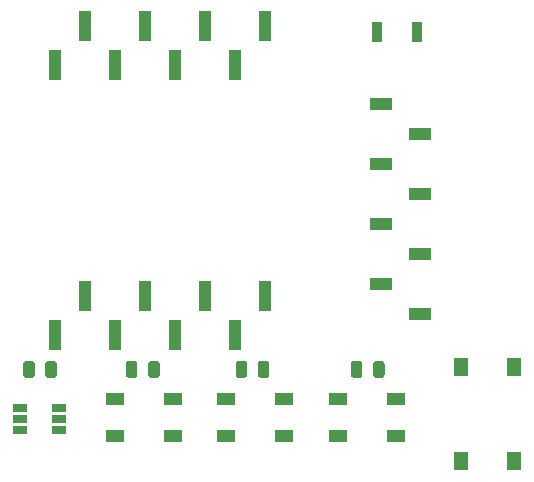
<source format=gbr>
%TF.GenerationSoftware,KiCad,Pcbnew,(5.1.5)-3*%
%TF.CreationDate,2020-03-09T23:17:30+02:00*%
%TF.ProjectId,iaq_device,6961715f-6465-4766-9963-652e6b696361,rev?*%
%TF.SameCoordinates,Original*%
%TF.FileFunction,Paste,Top*%
%TF.FilePolarity,Positive*%
%FSLAX46Y46*%
G04 Gerber Fmt 4.6, Leading zero omitted, Abs format (unit mm)*
G04 Created by KiCad (PCBNEW (5.1.5)-3) date 2020-03-09 23:17:30*
%MOMM*%
%LPD*%
G04 APERTURE LIST*
%ADD10R,1.300000X1.550000*%
%ADD11R,1.900000X1.000000*%
%ADD12R,1.300000X0.700000*%
%ADD13R,1.000000X2.510000*%
%ADD14R,0.900000X1.700000*%
%ADD15C,0.100000*%
%ADD16R,1.500000X1.000000*%
G04 APERTURE END LIST*
D10*
X143165000Y-113957000D03*
X143165000Y-106007000D03*
X147665000Y-113957000D03*
X147665000Y-106007000D03*
D11*
X139762500Y-101473000D03*
X139762500Y-96393000D03*
X139762500Y-91313000D03*
X139762500Y-86233000D03*
X136462500Y-98933000D03*
X136462500Y-93853000D03*
X136462500Y-88773000D03*
X136462500Y-83693000D03*
D12*
X109200000Y-109400000D03*
X109200000Y-110350000D03*
X109200000Y-111300000D03*
X105900000Y-111300000D03*
X105900000Y-110350000D03*
X105900000Y-109400000D03*
D13*
X121539000Y-77090000D03*
X116459000Y-77090000D03*
X108839000Y-80390000D03*
X113919000Y-80390000D03*
X118999000Y-80390000D03*
X124079000Y-80390000D03*
X111379000Y-77090000D03*
X126619000Y-77090000D03*
X111379000Y-99950000D03*
X113919000Y-103250000D03*
X116459000Y-99950000D03*
X121539000Y-99950000D03*
X124079000Y-103250000D03*
X108839000Y-103250000D03*
X126619000Y-99950000D03*
X118999000Y-103250000D03*
D14*
X139495000Y-77597000D03*
X136095000Y-77597000D03*
D15*
G36*
X136511642Y-105473174D02*
G01*
X136535303Y-105476684D01*
X136558507Y-105482496D01*
X136581029Y-105490554D01*
X136602653Y-105500782D01*
X136623170Y-105513079D01*
X136642383Y-105527329D01*
X136660107Y-105543393D01*
X136676171Y-105561117D01*
X136690421Y-105580330D01*
X136702718Y-105600847D01*
X136712946Y-105622471D01*
X136721004Y-105644993D01*
X136726816Y-105668197D01*
X136730326Y-105691858D01*
X136731500Y-105715750D01*
X136731500Y-106628250D01*
X136730326Y-106652142D01*
X136726816Y-106675803D01*
X136721004Y-106699007D01*
X136712946Y-106721529D01*
X136702718Y-106743153D01*
X136690421Y-106763670D01*
X136676171Y-106782883D01*
X136660107Y-106800607D01*
X136642383Y-106816671D01*
X136623170Y-106830921D01*
X136602653Y-106843218D01*
X136581029Y-106853446D01*
X136558507Y-106861504D01*
X136535303Y-106867316D01*
X136511642Y-106870826D01*
X136487750Y-106872000D01*
X136000250Y-106872000D01*
X135976358Y-106870826D01*
X135952697Y-106867316D01*
X135929493Y-106861504D01*
X135906971Y-106853446D01*
X135885347Y-106843218D01*
X135864830Y-106830921D01*
X135845617Y-106816671D01*
X135827893Y-106800607D01*
X135811829Y-106782883D01*
X135797579Y-106763670D01*
X135785282Y-106743153D01*
X135775054Y-106721529D01*
X135766996Y-106699007D01*
X135761184Y-106675803D01*
X135757674Y-106652142D01*
X135756500Y-106628250D01*
X135756500Y-105715750D01*
X135757674Y-105691858D01*
X135761184Y-105668197D01*
X135766996Y-105644993D01*
X135775054Y-105622471D01*
X135785282Y-105600847D01*
X135797579Y-105580330D01*
X135811829Y-105561117D01*
X135827893Y-105543393D01*
X135845617Y-105527329D01*
X135864830Y-105513079D01*
X135885347Y-105500782D01*
X135906971Y-105490554D01*
X135929493Y-105482496D01*
X135952697Y-105476684D01*
X135976358Y-105473174D01*
X136000250Y-105472000D01*
X136487750Y-105472000D01*
X136511642Y-105473174D01*
G37*
G36*
X134636642Y-105473174D02*
G01*
X134660303Y-105476684D01*
X134683507Y-105482496D01*
X134706029Y-105490554D01*
X134727653Y-105500782D01*
X134748170Y-105513079D01*
X134767383Y-105527329D01*
X134785107Y-105543393D01*
X134801171Y-105561117D01*
X134815421Y-105580330D01*
X134827718Y-105600847D01*
X134837946Y-105622471D01*
X134846004Y-105644993D01*
X134851816Y-105668197D01*
X134855326Y-105691858D01*
X134856500Y-105715750D01*
X134856500Y-106628250D01*
X134855326Y-106652142D01*
X134851816Y-106675803D01*
X134846004Y-106699007D01*
X134837946Y-106721529D01*
X134827718Y-106743153D01*
X134815421Y-106763670D01*
X134801171Y-106782883D01*
X134785107Y-106800607D01*
X134767383Y-106816671D01*
X134748170Y-106830921D01*
X134727653Y-106843218D01*
X134706029Y-106853446D01*
X134683507Y-106861504D01*
X134660303Y-106867316D01*
X134636642Y-106870826D01*
X134612750Y-106872000D01*
X134125250Y-106872000D01*
X134101358Y-106870826D01*
X134077697Y-106867316D01*
X134054493Y-106861504D01*
X134031971Y-106853446D01*
X134010347Y-106843218D01*
X133989830Y-106830921D01*
X133970617Y-106816671D01*
X133952893Y-106800607D01*
X133936829Y-106782883D01*
X133922579Y-106763670D01*
X133910282Y-106743153D01*
X133900054Y-106721529D01*
X133891996Y-106699007D01*
X133886184Y-106675803D01*
X133882674Y-106652142D01*
X133881500Y-106628250D01*
X133881500Y-105715750D01*
X133882674Y-105691858D01*
X133886184Y-105668197D01*
X133891996Y-105644993D01*
X133900054Y-105622471D01*
X133910282Y-105600847D01*
X133922579Y-105580330D01*
X133936829Y-105561117D01*
X133952893Y-105543393D01*
X133970617Y-105527329D01*
X133989830Y-105513079D01*
X134010347Y-105500782D01*
X134031971Y-105490554D01*
X134054493Y-105482496D01*
X134077697Y-105476684D01*
X134101358Y-105473174D01*
X134125250Y-105472000D01*
X134612750Y-105472000D01*
X134636642Y-105473174D01*
G37*
G36*
X126759642Y-105473174D02*
G01*
X126783303Y-105476684D01*
X126806507Y-105482496D01*
X126829029Y-105490554D01*
X126850653Y-105500782D01*
X126871170Y-105513079D01*
X126890383Y-105527329D01*
X126908107Y-105543393D01*
X126924171Y-105561117D01*
X126938421Y-105580330D01*
X126950718Y-105600847D01*
X126960946Y-105622471D01*
X126969004Y-105644993D01*
X126974816Y-105668197D01*
X126978326Y-105691858D01*
X126979500Y-105715750D01*
X126979500Y-106628250D01*
X126978326Y-106652142D01*
X126974816Y-106675803D01*
X126969004Y-106699007D01*
X126960946Y-106721529D01*
X126950718Y-106743153D01*
X126938421Y-106763670D01*
X126924171Y-106782883D01*
X126908107Y-106800607D01*
X126890383Y-106816671D01*
X126871170Y-106830921D01*
X126850653Y-106843218D01*
X126829029Y-106853446D01*
X126806507Y-106861504D01*
X126783303Y-106867316D01*
X126759642Y-106870826D01*
X126735750Y-106872000D01*
X126248250Y-106872000D01*
X126224358Y-106870826D01*
X126200697Y-106867316D01*
X126177493Y-106861504D01*
X126154971Y-106853446D01*
X126133347Y-106843218D01*
X126112830Y-106830921D01*
X126093617Y-106816671D01*
X126075893Y-106800607D01*
X126059829Y-106782883D01*
X126045579Y-106763670D01*
X126033282Y-106743153D01*
X126023054Y-106721529D01*
X126014996Y-106699007D01*
X126009184Y-106675803D01*
X126005674Y-106652142D01*
X126004500Y-106628250D01*
X126004500Y-105715750D01*
X126005674Y-105691858D01*
X126009184Y-105668197D01*
X126014996Y-105644993D01*
X126023054Y-105622471D01*
X126033282Y-105600847D01*
X126045579Y-105580330D01*
X126059829Y-105561117D01*
X126075893Y-105543393D01*
X126093617Y-105527329D01*
X126112830Y-105513079D01*
X126133347Y-105500782D01*
X126154971Y-105490554D01*
X126177493Y-105482496D01*
X126200697Y-105476684D01*
X126224358Y-105473174D01*
X126248250Y-105472000D01*
X126735750Y-105472000D01*
X126759642Y-105473174D01*
G37*
G36*
X124884642Y-105473174D02*
G01*
X124908303Y-105476684D01*
X124931507Y-105482496D01*
X124954029Y-105490554D01*
X124975653Y-105500782D01*
X124996170Y-105513079D01*
X125015383Y-105527329D01*
X125033107Y-105543393D01*
X125049171Y-105561117D01*
X125063421Y-105580330D01*
X125075718Y-105600847D01*
X125085946Y-105622471D01*
X125094004Y-105644993D01*
X125099816Y-105668197D01*
X125103326Y-105691858D01*
X125104500Y-105715750D01*
X125104500Y-106628250D01*
X125103326Y-106652142D01*
X125099816Y-106675803D01*
X125094004Y-106699007D01*
X125085946Y-106721529D01*
X125075718Y-106743153D01*
X125063421Y-106763670D01*
X125049171Y-106782883D01*
X125033107Y-106800607D01*
X125015383Y-106816671D01*
X124996170Y-106830921D01*
X124975653Y-106843218D01*
X124954029Y-106853446D01*
X124931507Y-106861504D01*
X124908303Y-106867316D01*
X124884642Y-106870826D01*
X124860750Y-106872000D01*
X124373250Y-106872000D01*
X124349358Y-106870826D01*
X124325697Y-106867316D01*
X124302493Y-106861504D01*
X124279971Y-106853446D01*
X124258347Y-106843218D01*
X124237830Y-106830921D01*
X124218617Y-106816671D01*
X124200893Y-106800607D01*
X124184829Y-106782883D01*
X124170579Y-106763670D01*
X124158282Y-106743153D01*
X124148054Y-106721529D01*
X124139996Y-106699007D01*
X124134184Y-106675803D01*
X124130674Y-106652142D01*
X124129500Y-106628250D01*
X124129500Y-105715750D01*
X124130674Y-105691858D01*
X124134184Y-105668197D01*
X124139996Y-105644993D01*
X124148054Y-105622471D01*
X124158282Y-105600847D01*
X124170579Y-105580330D01*
X124184829Y-105561117D01*
X124200893Y-105543393D01*
X124218617Y-105527329D01*
X124237830Y-105513079D01*
X124258347Y-105500782D01*
X124279971Y-105490554D01*
X124302493Y-105482496D01*
X124325697Y-105476684D01*
X124349358Y-105473174D01*
X124373250Y-105472000D01*
X124860750Y-105472000D01*
X124884642Y-105473174D01*
G37*
G36*
X117466642Y-105473174D02*
G01*
X117490303Y-105476684D01*
X117513507Y-105482496D01*
X117536029Y-105490554D01*
X117557653Y-105500782D01*
X117578170Y-105513079D01*
X117597383Y-105527329D01*
X117615107Y-105543393D01*
X117631171Y-105561117D01*
X117645421Y-105580330D01*
X117657718Y-105600847D01*
X117667946Y-105622471D01*
X117676004Y-105644993D01*
X117681816Y-105668197D01*
X117685326Y-105691858D01*
X117686500Y-105715750D01*
X117686500Y-106628250D01*
X117685326Y-106652142D01*
X117681816Y-106675803D01*
X117676004Y-106699007D01*
X117667946Y-106721529D01*
X117657718Y-106743153D01*
X117645421Y-106763670D01*
X117631171Y-106782883D01*
X117615107Y-106800607D01*
X117597383Y-106816671D01*
X117578170Y-106830921D01*
X117557653Y-106843218D01*
X117536029Y-106853446D01*
X117513507Y-106861504D01*
X117490303Y-106867316D01*
X117466642Y-106870826D01*
X117442750Y-106872000D01*
X116955250Y-106872000D01*
X116931358Y-106870826D01*
X116907697Y-106867316D01*
X116884493Y-106861504D01*
X116861971Y-106853446D01*
X116840347Y-106843218D01*
X116819830Y-106830921D01*
X116800617Y-106816671D01*
X116782893Y-106800607D01*
X116766829Y-106782883D01*
X116752579Y-106763670D01*
X116740282Y-106743153D01*
X116730054Y-106721529D01*
X116721996Y-106699007D01*
X116716184Y-106675803D01*
X116712674Y-106652142D01*
X116711500Y-106628250D01*
X116711500Y-105715750D01*
X116712674Y-105691858D01*
X116716184Y-105668197D01*
X116721996Y-105644993D01*
X116730054Y-105622471D01*
X116740282Y-105600847D01*
X116752579Y-105580330D01*
X116766829Y-105561117D01*
X116782893Y-105543393D01*
X116800617Y-105527329D01*
X116819830Y-105513079D01*
X116840347Y-105500782D01*
X116861971Y-105490554D01*
X116884493Y-105482496D01*
X116907697Y-105476684D01*
X116931358Y-105473174D01*
X116955250Y-105472000D01*
X117442750Y-105472000D01*
X117466642Y-105473174D01*
G37*
G36*
X115591642Y-105473174D02*
G01*
X115615303Y-105476684D01*
X115638507Y-105482496D01*
X115661029Y-105490554D01*
X115682653Y-105500782D01*
X115703170Y-105513079D01*
X115722383Y-105527329D01*
X115740107Y-105543393D01*
X115756171Y-105561117D01*
X115770421Y-105580330D01*
X115782718Y-105600847D01*
X115792946Y-105622471D01*
X115801004Y-105644993D01*
X115806816Y-105668197D01*
X115810326Y-105691858D01*
X115811500Y-105715750D01*
X115811500Y-106628250D01*
X115810326Y-106652142D01*
X115806816Y-106675803D01*
X115801004Y-106699007D01*
X115792946Y-106721529D01*
X115782718Y-106743153D01*
X115770421Y-106763670D01*
X115756171Y-106782883D01*
X115740107Y-106800607D01*
X115722383Y-106816671D01*
X115703170Y-106830921D01*
X115682653Y-106843218D01*
X115661029Y-106853446D01*
X115638507Y-106861504D01*
X115615303Y-106867316D01*
X115591642Y-106870826D01*
X115567750Y-106872000D01*
X115080250Y-106872000D01*
X115056358Y-106870826D01*
X115032697Y-106867316D01*
X115009493Y-106861504D01*
X114986971Y-106853446D01*
X114965347Y-106843218D01*
X114944830Y-106830921D01*
X114925617Y-106816671D01*
X114907893Y-106800607D01*
X114891829Y-106782883D01*
X114877579Y-106763670D01*
X114865282Y-106743153D01*
X114855054Y-106721529D01*
X114846996Y-106699007D01*
X114841184Y-106675803D01*
X114837674Y-106652142D01*
X114836500Y-106628250D01*
X114836500Y-105715750D01*
X114837674Y-105691858D01*
X114841184Y-105668197D01*
X114846996Y-105644993D01*
X114855054Y-105622471D01*
X114865282Y-105600847D01*
X114877579Y-105580330D01*
X114891829Y-105561117D01*
X114907893Y-105543393D01*
X114925617Y-105527329D01*
X114944830Y-105513079D01*
X114965347Y-105500782D01*
X114986971Y-105490554D01*
X115009493Y-105482496D01*
X115032697Y-105476684D01*
X115056358Y-105473174D01*
X115080250Y-105472000D01*
X115567750Y-105472000D01*
X115591642Y-105473174D01*
G37*
G36*
X108774142Y-105473174D02*
G01*
X108797803Y-105476684D01*
X108821007Y-105482496D01*
X108843529Y-105490554D01*
X108865153Y-105500782D01*
X108885670Y-105513079D01*
X108904883Y-105527329D01*
X108922607Y-105543393D01*
X108938671Y-105561117D01*
X108952921Y-105580330D01*
X108965218Y-105600847D01*
X108975446Y-105622471D01*
X108983504Y-105644993D01*
X108989316Y-105668197D01*
X108992826Y-105691858D01*
X108994000Y-105715750D01*
X108994000Y-106628250D01*
X108992826Y-106652142D01*
X108989316Y-106675803D01*
X108983504Y-106699007D01*
X108975446Y-106721529D01*
X108965218Y-106743153D01*
X108952921Y-106763670D01*
X108938671Y-106782883D01*
X108922607Y-106800607D01*
X108904883Y-106816671D01*
X108885670Y-106830921D01*
X108865153Y-106843218D01*
X108843529Y-106853446D01*
X108821007Y-106861504D01*
X108797803Y-106867316D01*
X108774142Y-106870826D01*
X108750250Y-106872000D01*
X108262750Y-106872000D01*
X108238858Y-106870826D01*
X108215197Y-106867316D01*
X108191993Y-106861504D01*
X108169471Y-106853446D01*
X108147847Y-106843218D01*
X108127330Y-106830921D01*
X108108117Y-106816671D01*
X108090393Y-106800607D01*
X108074329Y-106782883D01*
X108060079Y-106763670D01*
X108047782Y-106743153D01*
X108037554Y-106721529D01*
X108029496Y-106699007D01*
X108023684Y-106675803D01*
X108020174Y-106652142D01*
X108019000Y-106628250D01*
X108019000Y-105715750D01*
X108020174Y-105691858D01*
X108023684Y-105668197D01*
X108029496Y-105644993D01*
X108037554Y-105622471D01*
X108047782Y-105600847D01*
X108060079Y-105580330D01*
X108074329Y-105561117D01*
X108090393Y-105543393D01*
X108108117Y-105527329D01*
X108127330Y-105513079D01*
X108147847Y-105500782D01*
X108169471Y-105490554D01*
X108191993Y-105482496D01*
X108215197Y-105476684D01*
X108238858Y-105473174D01*
X108262750Y-105472000D01*
X108750250Y-105472000D01*
X108774142Y-105473174D01*
G37*
G36*
X106899142Y-105473174D02*
G01*
X106922803Y-105476684D01*
X106946007Y-105482496D01*
X106968529Y-105490554D01*
X106990153Y-105500782D01*
X107010670Y-105513079D01*
X107029883Y-105527329D01*
X107047607Y-105543393D01*
X107063671Y-105561117D01*
X107077921Y-105580330D01*
X107090218Y-105600847D01*
X107100446Y-105622471D01*
X107108504Y-105644993D01*
X107114316Y-105668197D01*
X107117826Y-105691858D01*
X107119000Y-105715750D01*
X107119000Y-106628250D01*
X107117826Y-106652142D01*
X107114316Y-106675803D01*
X107108504Y-106699007D01*
X107100446Y-106721529D01*
X107090218Y-106743153D01*
X107077921Y-106763670D01*
X107063671Y-106782883D01*
X107047607Y-106800607D01*
X107029883Y-106816671D01*
X107010670Y-106830921D01*
X106990153Y-106843218D01*
X106968529Y-106853446D01*
X106946007Y-106861504D01*
X106922803Y-106867316D01*
X106899142Y-106870826D01*
X106875250Y-106872000D01*
X106387750Y-106872000D01*
X106363858Y-106870826D01*
X106340197Y-106867316D01*
X106316993Y-106861504D01*
X106294471Y-106853446D01*
X106272847Y-106843218D01*
X106252330Y-106830921D01*
X106233117Y-106816671D01*
X106215393Y-106800607D01*
X106199329Y-106782883D01*
X106185079Y-106763670D01*
X106172782Y-106743153D01*
X106162554Y-106721529D01*
X106154496Y-106699007D01*
X106148684Y-106675803D01*
X106145174Y-106652142D01*
X106144000Y-106628250D01*
X106144000Y-105715750D01*
X106145174Y-105691858D01*
X106148684Y-105668197D01*
X106154496Y-105644993D01*
X106162554Y-105622471D01*
X106172782Y-105600847D01*
X106185079Y-105580330D01*
X106199329Y-105561117D01*
X106215393Y-105543393D01*
X106233117Y-105527329D01*
X106252330Y-105513079D01*
X106272847Y-105500782D01*
X106294471Y-105490554D01*
X106316993Y-105482496D01*
X106340197Y-105476684D01*
X106363858Y-105473174D01*
X106387750Y-105472000D01*
X106875250Y-105472000D01*
X106899142Y-105473174D01*
G37*
D16*
X132778000Y-108636000D03*
X132778000Y-111836000D03*
X137678000Y-108636000D03*
X137678000Y-111836000D03*
X123280000Y-108636000D03*
X123280000Y-111836000D03*
X128180000Y-108636000D03*
X128180000Y-111836000D03*
X113890000Y-108636000D03*
X113890000Y-111836000D03*
X118790000Y-108636000D03*
X118790000Y-111836000D03*
M02*

</source>
